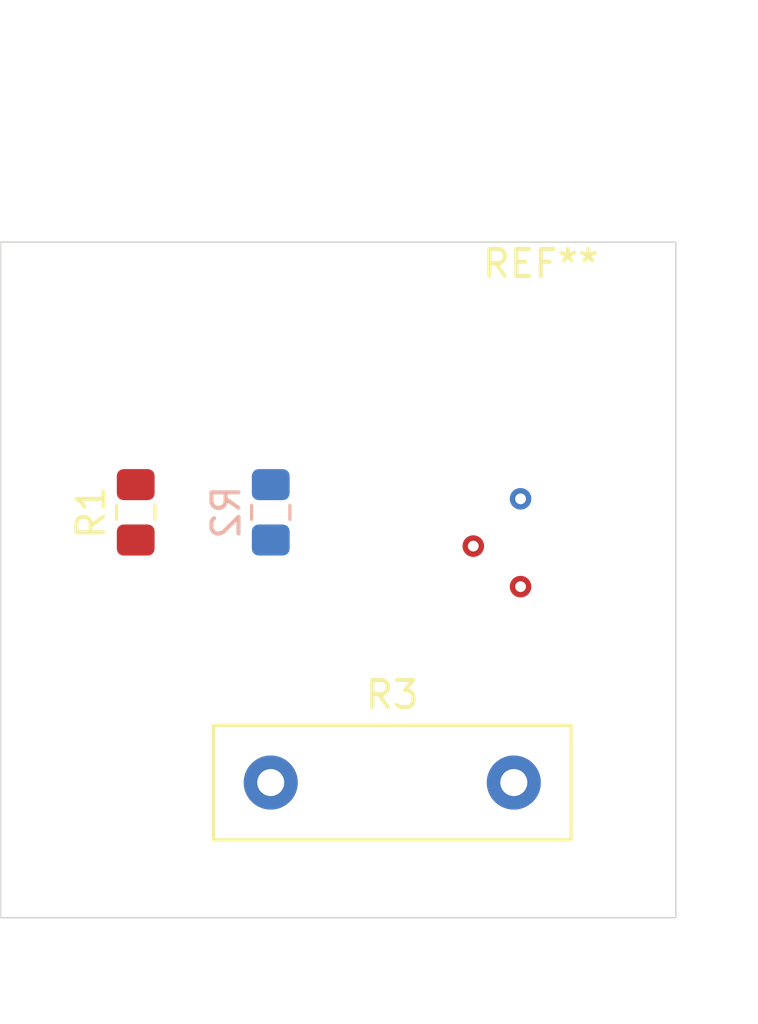
<source format=kicad_pcb>
(kicad_pcb (version 20171130) (host pcbnew 5.1.9+dfsg1-1~bpo10+1)

  (general
    (thickness 1.6)
    (drawings 4)
    (tracks 4)
    (zones 0)
    (modules 4)
    (nets 1)
  )

  (page A4)
  (layers
    (0 F.Cu signal)
    (1 El1 signal)
    (2 In2.Cu signal)
    (31 B.Cu signal)
    (32 B.Adhes user)
    (33 F.Adhes user)
    (34 B.Paste user)
    (35 F.Paste user)
    (36 B.SilkS user)
    (37 F.SilkS user)
    (38 B.Mask user)
    (39 F.Mask user)
    (40 Dwgs.User user)
    (41 Cmts.User user)
    (42 Eco1.User user)
    (43 Eco2.User user)
    (44 Edge.Cuts user)
    (45 Margin user)
    (46 B.CrtYd user)
    (47 F.CrtYd user)
    (48 B.Fab user)
    (49 F.Fab user)
  )

  (setup
    (last_trace_width 0.25)
    (trace_clearance 0.2)
    (zone_clearance 0.508)
    (zone_45_only no)
    (trace_min 0.2)
    (via_size 0.8)
    (via_drill 0.4)
    (via_min_size 0.4)
    (via_min_drill 0.3)
    (uvia_size 0.3)
    (uvia_drill 0.1)
    (uvias_allowed no)
    (uvia_min_size 0.2)
    (uvia_min_drill 0.1)
    (edge_width 0.05)
    (segment_width 0.2)
    (pcb_text_width 0.3)
    (pcb_text_size 1.5 1.5)
    (mod_edge_width 0.12)
    (mod_text_size 1 1)
    (mod_text_width 0.15)
    (pad_size 1.524 1.524)
    (pad_drill 0.762)
    (pad_to_mask_clearance 0.051)
    (solder_mask_min_width 0.25)
    (aux_axis_origin 0 0)
    (visible_elements FFFFFF7F)
    (pcbplotparams
      (layerselection 0x010fc_ffffffff)
      (usegerberextensions false)
      (usegerberattributes false)
      (usegerberadvancedattributes false)
      (creategerberjobfile false)
      (excludeedgelayer true)
      (linewidth 0.100000)
      (plotframeref false)
      (viasonmask false)
      (mode 1)
      (useauxorigin false)
      (hpglpennumber 1)
      (hpglpenspeed 20)
      (hpglpendiameter 15.000000)
      (psnegative false)
      (psa4output false)
      (plotreference true)
      (plotvalue true)
      (plotinvisibletext false)
      (padsonsilk false)
      (subtractmaskfromsilk false)
      (outputformat 1)
      (mirror false)
      (drillshape 1)
      (scaleselection 1)
      (outputdirectory ""))
  )

  (net 0 "")

  (net_class Default "Esta es la clase de red por defecto."
    (clearance 0.2)
    (trace_width 0.25)
    (via_dia 0.8)
    (via_drill 0.4)
    (uvia_dia 0.3)
    (uvia_drill 0.1)
  )

  (module MountingHole:MountingHole_2.1mm (layer F.Cu) (tedit 5B924765) (tstamp 5EBE1AA4)
    (at 120 29)
    (descr "Mounting Hole 2.1mm, no annular")
    (tags "mounting hole 2.1mm no annular")
    (attr virtual)
    (fp_text reference REF** (at 0 -3.2) (layer F.SilkS)
      (effects (font (size 1 1) (thickness 0.15)))
    )
    (fp_text value MountingHole_2.1mm (at 0 3.2) (layer F.Fab)
      (effects (font (size 1 1) (thickness 0.15)))
    )
    (fp_circle (center 0 0) (end 2.1 0) (layer Cmts.User) (width 0.15))
    (fp_circle (center 0 0) (end 2.35 0) (layer F.CrtYd) (width 0.05))
    (fp_text user %R (at 0.3 0) (layer F.Fab)
      (effects (font (size 1 1) (thickness 0.15)))
    )
    (pad "" np_thru_hole circle (at 0 0) (size 2.1 2.1) (drill 2.1) (layers *.Cu *.Mask))
  )

  (module Resistor_THT:R_Box_L13.0mm_W4.0mm_P9.00mm (layer F.Cu) (tedit 5AE5139B) (tstamp 5EA76EC0)
    (at 110 45)
    (descr "Resistor, Box series, Radial, pin pitch=9.00mm, 2W, length*width=13.0*4.0mm^2, http://www.produktinfo.conrad.com/datenblaetter/425000-449999/443860-da-01-de-METALLBAND_WIDERSTAND_0_1_OHM_5W_5Pr.pdf")
    (tags "Resistor Box series Radial pin pitch 9.00mm 2W length 13.0mm width 4.0mm")
    (fp_text reference R3 (at 4.5 -3.25) (layer F.SilkS)
      (effects (font (size 1 1) (thickness 0.15)))
    )
    (fp_text value R_Box_L13.0mm_W4.0mm_P9.00mm (at 4.5 3.25) (layer F.Fab)
      (effects (font (size 1 1) (thickness 0.15)))
    )
    (fp_line (start -2 -2) (end -2 2) (layer F.Fab) (width 0.1))
    (fp_line (start -2 2) (end 11 2) (layer F.Fab) (width 0.1))
    (fp_line (start 11 2) (end 11 -2) (layer F.Fab) (width 0.1))
    (fp_line (start 11 -2) (end -2 -2) (layer F.Fab) (width 0.1))
    (fp_line (start -2.12 -2.12) (end 11.12 -2.12) (layer F.SilkS) (width 0.12))
    (fp_line (start -2.12 2.12) (end 11.12 2.12) (layer F.SilkS) (width 0.12))
    (fp_line (start -2.12 -2.12) (end -2.12 2.12) (layer F.SilkS) (width 0.12))
    (fp_line (start 11.12 -2.12) (end 11.12 2.12) (layer F.SilkS) (width 0.12))
    (fp_line (start -2.25 -2.25) (end -2.25 2.25) (layer F.CrtYd) (width 0.05))
    (fp_line (start -2.25 2.25) (end 11.25 2.25) (layer F.CrtYd) (width 0.05))
    (fp_line (start 11.25 2.25) (end 11.25 -2.25) (layer F.CrtYd) (width 0.05))
    (fp_line (start 11.25 -2.25) (end -2.25 -2.25) (layer F.CrtYd) (width 0.05))
    (fp_text user 300 (at 4.5 0) (layer F.Fab)
      (effects (font (size 1 1) (thickness 0.15)))
    )
    (pad 2 thru_hole circle (at 9 0) (size 2 2) (drill 1) (layers *.Cu *.Mask))
    (pad 1 thru_hole circle (at 0 0) (size 2 2) (drill 1) (layers *.Cu *.Mask))
    (model ${KISYS3DMOD}/Resistor_THT.3dshapes/R_Box_L13.0mm_W4.0mm_P9.00mm.wrl
      (at (xyz 0 0 0))
      (scale (xyz 1 1 1))
      (rotate (xyz 0 0 0))
    )
  )

  (module Resistor_SMD:R_0805_2012Metric_Pad1.15x1.40mm_HandSolder (layer B.Cu) (tedit 5B36C52B) (tstamp 5EA76DE9)
    (at 110 35 270)
    (descr "Resistor SMD 0805 (2012 Metric), square (rectangular) end terminal, IPC_7351 nominal with elongated pad for handsoldering. (Body size source: https://docs.google.com/spreadsheets/d/1BsfQQcO9C6DZCsRaXUlFlo91Tg2WpOkGARC1WS5S8t0/edit?usp=sharing), generated with kicad-footprint-generator")
    (tags "resistor handsolder")
    (attr smd)
    (fp_text reference R2 (at 0 1.65 270) (layer B.SilkS)
      (effects (font (size 1 1) (thickness 0.15)) (justify mirror))
    )
    (fp_text value R_0805_2012Metric_Pad1.15x1.40mm_HandSolder (at 0 -1.65 270) (layer B.Fab)
      (effects (font (size 1 1) (thickness 0.15)) (justify mirror))
    )
    (fp_line (start -1 -0.6) (end -1 0.6) (layer B.Fab) (width 0.1))
    (fp_line (start -1 0.6) (end 1 0.6) (layer B.Fab) (width 0.1))
    (fp_line (start 1 0.6) (end 1 -0.6) (layer B.Fab) (width 0.1))
    (fp_line (start 1 -0.6) (end -1 -0.6) (layer B.Fab) (width 0.1))
    (fp_line (start -0.261252 0.71) (end 0.261252 0.71) (layer B.SilkS) (width 0.12))
    (fp_line (start -0.261252 -0.71) (end 0.261252 -0.71) (layer B.SilkS) (width 0.12))
    (fp_line (start -1.85 -0.95) (end -1.85 0.95) (layer B.CrtYd) (width 0.05))
    (fp_line (start -1.85 0.95) (end 1.85 0.95) (layer B.CrtYd) (width 0.05))
    (fp_line (start 1.85 0.95) (end 1.85 -0.95) (layer B.CrtYd) (width 0.05))
    (fp_line (start 1.85 -0.95) (end -1.85 -0.95) (layer B.CrtYd) (width 0.05))
    (fp_text user 150 (at 0 0 270) (layer B.Fab)
      (effects (font (size 0.5 0.5) (thickness 0.08)) (justify mirror))
    )
    (pad 2 smd roundrect (at 1.025 0 270) (size 1.15 1.4) (layers B.Cu B.Paste B.Mask) (roundrect_rratio 0.217391))
    (pad 1 smd roundrect (at -1.025 0 270) (size 1.15 1.4) (layers B.Cu B.Paste B.Mask) (roundrect_rratio 0.217391))
    (model ${KISYS3DMOD}/Resistor_SMD.3dshapes/R_0805_2012Metric.wrl
      (at (xyz 0 0 0))
      (scale (xyz 1 1 1))
      (rotate (xyz 0 0 0))
    )
  )

  (module Resistor_SMD:R_0805_2012Metric_Pad1.15x1.40mm_HandSolder (layer F.Cu) (tedit 5B36C52B) (tstamp 5EA76D80)
    (at 105 35 90)
    (descr "Resistor SMD 0805 (2012 Metric), square (rectangular) end terminal, IPC_7351 nominal with elongated pad for handsoldering. (Body size source: https://docs.google.com/spreadsheets/d/1BsfQQcO9C6DZCsRaXUlFlo91Tg2WpOkGARC1WS5S8t0/edit?usp=sharing), generated with kicad-footprint-generator")
    (tags "resistor handsolder")
    (attr smd)
    (fp_text reference R1 (at 0 -1.65 90) (layer F.SilkS)
      (effects (font (size 1 1) (thickness 0.15)))
    )
    (fp_text value R_0805_2012Metric_Pad1.15x1.40mm_HandSolder (at 0 1.65 90) (layer F.Fab)
      (effects (font (size 1 1) (thickness 0.15)))
    )
    (fp_line (start -1 0.6) (end -1 -0.6) (layer F.Fab) (width 0.1))
    (fp_line (start -1 -0.6) (end 1 -0.6) (layer F.Fab) (width 0.1))
    (fp_line (start 1 -0.6) (end 1 0.6) (layer F.Fab) (width 0.1))
    (fp_line (start 1 0.6) (end -1 0.6) (layer F.Fab) (width 0.1))
    (fp_line (start -0.261252 -0.71) (end 0.261252 -0.71) (layer F.SilkS) (width 0.12))
    (fp_line (start -0.261252 0.71) (end 0.261252 0.71) (layer F.SilkS) (width 0.12))
    (fp_line (start -1.85 0.95) (end -1.85 -0.95) (layer F.CrtYd) (width 0.05))
    (fp_line (start -1.85 -0.95) (end 1.85 -0.95) (layer F.CrtYd) (width 0.05))
    (fp_line (start 1.85 -0.95) (end 1.85 0.95) (layer F.CrtYd) (width 0.05))
    (fp_line (start 1.85 0.95) (end -1.85 0.95) (layer F.CrtYd) (width 0.05))
    (fp_text user 100 (at 0 0 90) (layer F.Fab)
      (effects (font (size 0.5 0.5) (thickness 0.08)))
    )
    (pad 2 smd roundrect (at 1.025 0 90) (size 1.15 1.4) (layers F.Cu F.Paste F.Mask) (roundrect_rratio 0.217391))
    (pad 1 smd roundrect (at -1.025 0 90) (size 1.15 1.4) (layers F.Cu F.Paste F.Mask) (roundrect_rratio 0.217391))
    (model ${KISYS3DMOD}/Resistor_SMD.3dshapes/R_0805_2012Metric.wrl
      (at (xyz 0 0 0))
      (scale (xyz 1 1 1))
      (rotate (xyz 0 0 0))
    )
  )

  (gr_line (start 100 25) (end 100 50) (layer Edge.Cuts) (width 0.05) (tstamp 5EA7192F))
  (gr_line (start 100 50) (end 125 50) (layer Edge.Cuts) (width 0.05))
  (gr_line (start 125 25) (end 125 50) (layer Edge.Cuts) (width 0.05) (tstamp 5EA76EFC))
  (gr_line (start 100 25) (end 125 25) (layer Edge.Cuts) (width 0.05) (tstamp 5EA76F1D))

  (via blind (at 117.5 36.25) (size 0.8) (drill 0.4) (layers F.Cu In2.Cu) (net 0))
  (via blind (at 119.25 37.75) (size 0.8) (drill 0.4) (layers F.Cu In1.Cu) (net 0))
  (via blind (at 120.75 36.25) (size 0.8) (drill 0.4) (layers In1.Cu In2.Cu) (net 0))
  (via blind (at 119.25 34.5) (size 0.8) (drill 0.4) (layers In2.Cu B.Cu) (net 0))

)

</source>
